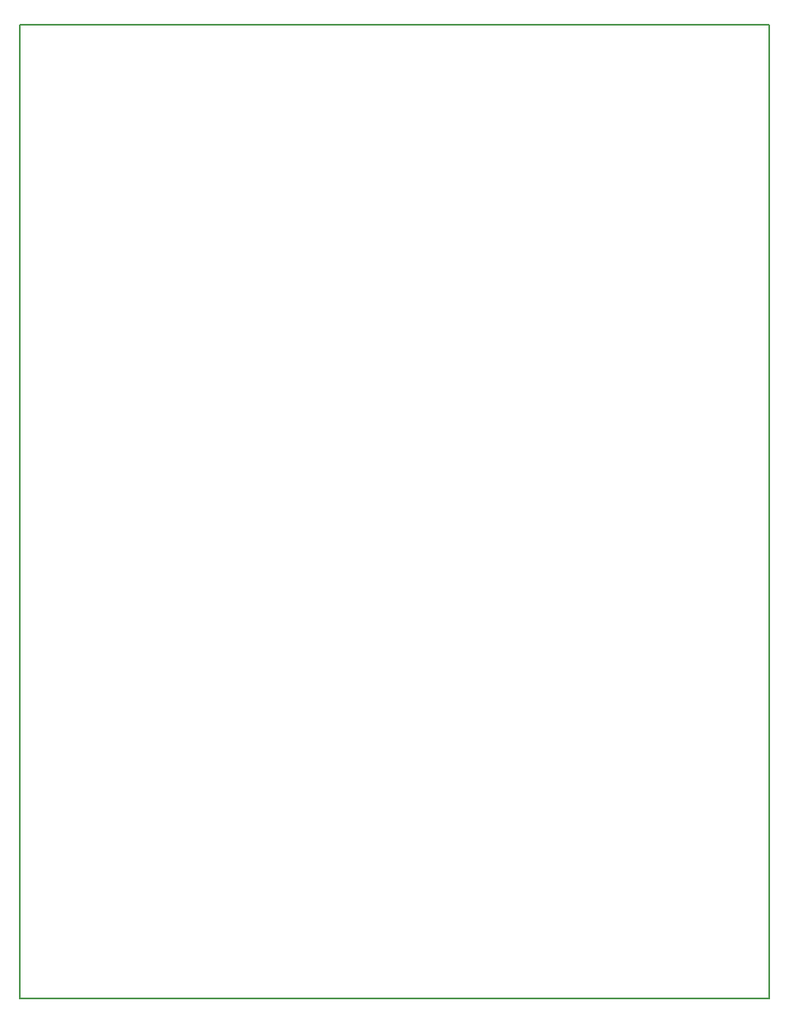
<source format=gm1>
G04 #@! TF.FileFunction,Profile,NP*
%FSLAX46Y46*%
G04 Gerber Fmt 4.6, Leading zero omitted, Abs format (unit mm)*
G04 Created by KiCad (PCBNEW 4.1.0-alpha+201608101232+7015~46~ubuntu14.04.1-product) date Fri Aug 19 12:09:27 2016*
%MOMM*%
%LPD*%
G01*
G04 APERTURE LIST*
%ADD10C,0.100000*%
%ADD11C,0.200000*%
G04 APERTURE END LIST*
D10*
D11*
X108450000Y-40000000D02*
X108450000Y-140000000D01*
X108450000Y-140000000D02*
X185450000Y-140000000D01*
X185450000Y-40000000D02*
X185450000Y-140000000D01*
X108450000Y-40000000D02*
X185450000Y-40000000D01*
M02*

</source>
